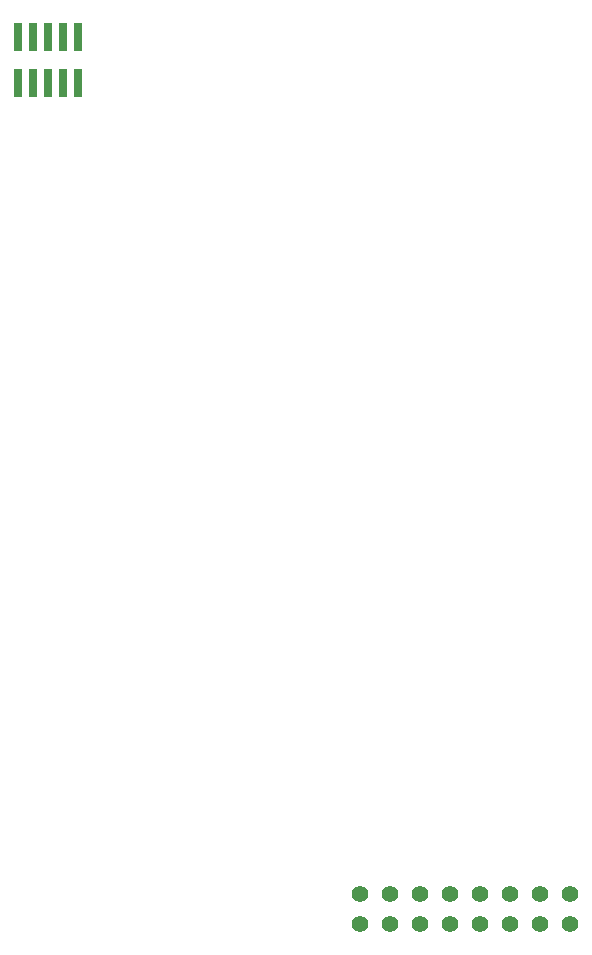
<source format=gbr>
%TF.GenerationSoftware,KiCad,Pcbnew,(6.0.10)*%
%TF.CreationDate,2023-02-08T13:20:32+00:00*%
%TF.ProjectId,fjol-daisy,666a6f6c-2d64-4616-9973-792e6b696361,rev?*%
%TF.SameCoordinates,Original*%
%TF.FileFunction,Paste,Bot*%
%TF.FilePolarity,Positive*%
%FSLAX46Y46*%
G04 Gerber Fmt 4.6, Leading zero omitted, Abs format (unit mm)*
G04 Created by KiCad (PCBNEW (6.0.10)) date 2023-02-08 13:20:32*
%MOMM*%
%LPD*%
G01*
G04 APERTURE LIST*
%ADD10R,0.740000X2.400000*%
%ADD11C,1.422400*%
G04 APERTURE END LIST*
D10*
%TO.C,J2*%
X192785000Y-79650000D03*
X192785000Y-83550000D03*
X194055000Y-79650000D03*
X194055000Y-83550000D03*
X195325000Y-79650000D03*
X195325000Y-83550000D03*
X196595000Y-79650000D03*
X196595000Y-83550000D03*
X197865000Y-79650000D03*
X197865000Y-83550000D03*
%TD*%
D11*
%TO.C,J1*%
X221698404Y-152196800D03*
X221698404Y-154736800D03*
X224238404Y-152196800D03*
X224238404Y-154736800D03*
X226778404Y-152196800D03*
X226778404Y-154736800D03*
X229318404Y-152196800D03*
X229318404Y-154736800D03*
X231858404Y-152196800D03*
X231858404Y-154736800D03*
X234398404Y-152196800D03*
X234398404Y-154736800D03*
X236938404Y-152196800D03*
X236938404Y-154736800D03*
X239478404Y-152196800D03*
X239478404Y-154736800D03*
%TD*%
M02*

</source>
